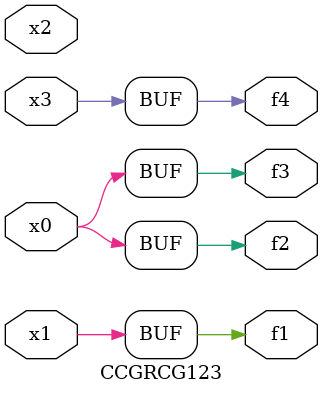
<source format=v>
module CCGRCG123(
	input x0, x1, x2, x3,
	output f1, f2, f3, f4
);
	assign f1 = x1;
	assign f2 = x0;
	assign f3 = x0;
	assign f4 = x3;
endmodule

</source>
